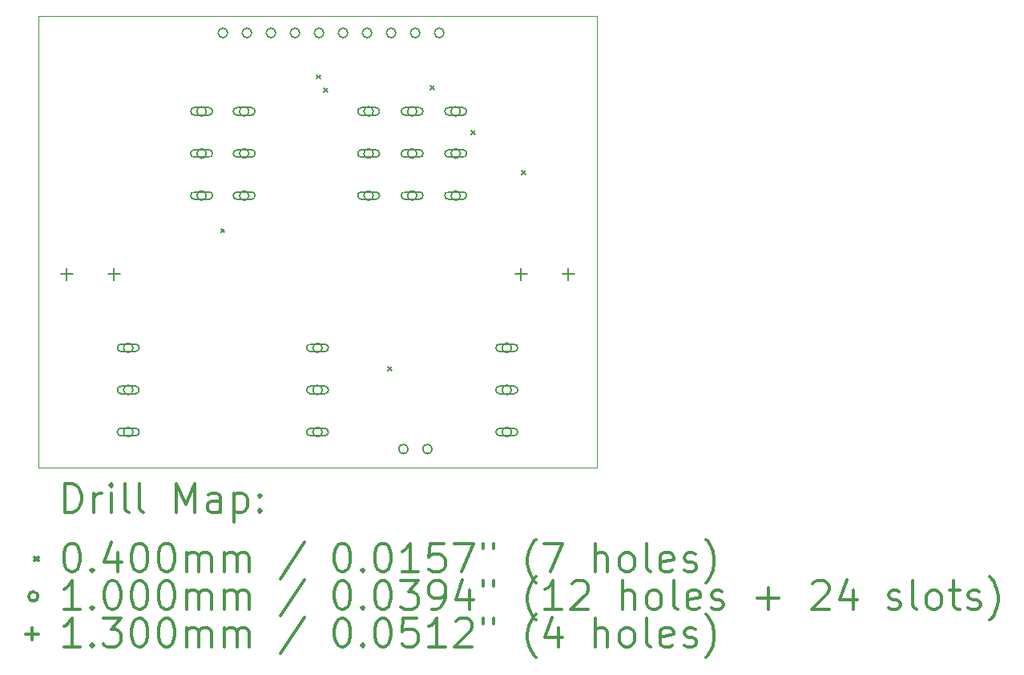
<source format=gbr>
%FSLAX45Y45*%
G04 Gerber Fmt 4.5, Leading zero omitted, Abs format (unit mm)*
G04 Created by KiCad (PCBNEW 5.1.10) date 2021-07-21 04:31:41*
%MOMM*%
%LPD*%
G01*
G04 APERTURE LIST*
%TA.AperFunction,Profile*%
%ADD10C,0.050000*%
%TD*%
%ADD11C,0.200000*%
%ADD12C,0.300000*%
G04 APERTURE END LIST*
D10*
X9700000Y-13100000D02*
X3825000Y-13100000D01*
X9700000Y-13100000D02*
X9700000Y-17875000D01*
X3800000Y-17875000D02*
X9700000Y-17875000D01*
X3800000Y-13100000D02*
X3800000Y-17875000D01*
X3800000Y-13100000D02*
X3825000Y-13100000D01*
D11*
X5727780Y-15346500D02*
X5767780Y-15386500D01*
X5767780Y-15346500D02*
X5727780Y-15386500D01*
X6743190Y-13720090D02*
X6783190Y-13760090D01*
X6783190Y-13720090D02*
X6743190Y-13760090D01*
X6816310Y-13860120D02*
X6856310Y-13900120D01*
X6856310Y-13860120D02*
X6816310Y-13900120D01*
X7494890Y-16806710D02*
X7534890Y-16846710D01*
X7534890Y-16806710D02*
X7494890Y-16846710D01*
X7941770Y-13835370D02*
X7981770Y-13875370D01*
X7981770Y-13835370D02*
X7941770Y-13875370D01*
X8375000Y-14310000D02*
X8415000Y-14350000D01*
X8415000Y-14310000D02*
X8375000Y-14350000D01*
X8905000Y-14730000D02*
X8945000Y-14770000D01*
X8945000Y-14730000D02*
X8905000Y-14770000D01*
X4800000Y-16605000D02*
G75*
G03*
X4800000Y-16605000I-50000J0D01*
G01*
X4675000Y-16645000D02*
X4825000Y-16645000D01*
X4675000Y-16565000D02*
X4825000Y-16565000D01*
X4825000Y-16645000D02*
G75*
G03*
X4825000Y-16565000I0J40000D01*
G01*
X4675000Y-16565000D02*
G75*
G03*
X4675000Y-16645000I0J-40000D01*
G01*
X4800000Y-17050000D02*
G75*
G03*
X4800000Y-17050000I-50000J0D01*
G01*
X4675000Y-17090000D02*
X4825000Y-17090000D01*
X4675000Y-17010000D02*
X4825000Y-17010000D01*
X4825000Y-17090000D02*
G75*
G03*
X4825000Y-17010000I0J40000D01*
G01*
X4675000Y-17010000D02*
G75*
G03*
X4675000Y-17090000I0J-40000D01*
G01*
X4800000Y-17495000D02*
G75*
G03*
X4800000Y-17495000I-50000J0D01*
G01*
X4675000Y-17535000D02*
X4825000Y-17535000D01*
X4675000Y-17455000D02*
X4825000Y-17455000D01*
X4825000Y-17535000D02*
G75*
G03*
X4825000Y-17455000I0J40000D01*
G01*
X4675000Y-17455000D02*
G75*
G03*
X4675000Y-17535000I0J-40000D01*
G01*
X5575000Y-14105000D02*
G75*
G03*
X5575000Y-14105000I-50000J0D01*
G01*
X5600000Y-14065000D02*
X5450000Y-14065000D01*
X5600000Y-14145000D02*
X5450000Y-14145000D01*
X5450000Y-14065000D02*
G75*
G03*
X5450000Y-14145000I0J-40000D01*
G01*
X5600000Y-14145000D02*
G75*
G03*
X5600000Y-14065000I0J40000D01*
G01*
X5575000Y-14550000D02*
G75*
G03*
X5575000Y-14550000I-50000J0D01*
G01*
X5600000Y-14510000D02*
X5450000Y-14510000D01*
X5600000Y-14590000D02*
X5450000Y-14590000D01*
X5450000Y-14510000D02*
G75*
G03*
X5450000Y-14590000I0J-40000D01*
G01*
X5600000Y-14590000D02*
G75*
G03*
X5600000Y-14510000I0J40000D01*
G01*
X5575000Y-14995000D02*
G75*
G03*
X5575000Y-14995000I-50000J0D01*
G01*
X5600000Y-14955000D02*
X5450000Y-14955000D01*
X5600000Y-15035000D02*
X5450000Y-15035000D01*
X5450000Y-14955000D02*
G75*
G03*
X5450000Y-15035000I0J-40000D01*
G01*
X5600000Y-15035000D02*
G75*
G03*
X5600000Y-14955000I0J40000D01*
G01*
X5800000Y-13275000D02*
G75*
G03*
X5800000Y-13275000I-50000J0D01*
G01*
X6025000Y-14105000D02*
G75*
G03*
X6025000Y-14105000I-50000J0D01*
G01*
X5900000Y-14145000D02*
X6050000Y-14145000D01*
X5900000Y-14065000D02*
X6050000Y-14065000D01*
X6050000Y-14145000D02*
G75*
G03*
X6050000Y-14065000I0J40000D01*
G01*
X5900000Y-14065000D02*
G75*
G03*
X5900000Y-14145000I0J-40000D01*
G01*
X6025000Y-14550000D02*
G75*
G03*
X6025000Y-14550000I-50000J0D01*
G01*
X5900000Y-14590000D02*
X6050000Y-14590000D01*
X5900000Y-14510000D02*
X6050000Y-14510000D01*
X6050000Y-14590000D02*
G75*
G03*
X6050000Y-14510000I0J40000D01*
G01*
X5900000Y-14510000D02*
G75*
G03*
X5900000Y-14590000I0J-40000D01*
G01*
X6025000Y-14995000D02*
G75*
G03*
X6025000Y-14995000I-50000J0D01*
G01*
X5900000Y-15035000D02*
X6050000Y-15035000D01*
X5900000Y-14955000D02*
X6050000Y-14955000D01*
X6050000Y-15035000D02*
G75*
G03*
X6050000Y-14955000I0J40000D01*
G01*
X5900000Y-14955000D02*
G75*
G03*
X5900000Y-15035000I0J-40000D01*
G01*
X6054000Y-13275000D02*
G75*
G03*
X6054000Y-13275000I-50000J0D01*
G01*
X6308000Y-13275000D02*
G75*
G03*
X6308000Y-13275000I-50000J0D01*
G01*
X6562000Y-13275000D02*
G75*
G03*
X6562000Y-13275000I-50000J0D01*
G01*
X6800000Y-16605000D02*
G75*
G03*
X6800000Y-16605000I-50000J0D01*
G01*
X6675000Y-16645000D02*
X6825000Y-16645000D01*
X6675000Y-16565000D02*
X6825000Y-16565000D01*
X6825000Y-16645000D02*
G75*
G03*
X6825000Y-16565000I0J40000D01*
G01*
X6675000Y-16565000D02*
G75*
G03*
X6675000Y-16645000I0J-40000D01*
G01*
X6800000Y-17050000D02*
G75*
G03*
X6800000Y-17050000I-50000J0D01*
G01*
X6675000Y-17090000D02*
X6825000Y-17090000D01*
X6675000Y-17010000D02*
X6825000Y-17010000D01*
X6825000Y-17090000D02*
G75*
G03*
X6825000Y-17010000I0J40000D01*
G01*
X6675000Y-17010000D02*
G75*
G03*
X6675000Y-17090000I0J-40000D01*
G01*
X6800000Y-17495000D02*
G75*
G03*
X6800000Y-17495000I-50000J0D01*
G01*
X6675000Y-17535000D02*
X6825000Y-17535000D01*
X6675000Y-17455000D02*
X6825000Y-17455000D01*
X6825000Y-17535000D02*
G75*
G03*
X6825000Y-17455000I0J40000D01*
G01*
X6675000Y-17455000D02*
G75*
G03*
X6675000Y-17535000I0J-40000D01*
G01*
X6816000Y-13275000D02*
G75*
G03*
X6816000Y-13275000I-50000J0D01*
G01*
X7070000Y-13275000D02*
G75*
G03*
X7070000Y-13275000I-50000J0D01*
G01*
X7324000Y-13275000D02*
G75*
G03*
X7324000Y-13275000I-50000J0D01*
G01*
X7340000Y-14105000D02*
G75*
G03*
X7340000Y-14105000I-50000J0D01*
G01*
X7365000Y-14065000D02*
X7215000Y-14065000D01*
X7365000Y-14145000D02*
X7215000Y-14145000D01*
X7215000Y-14065000D02*
G75*
G03*
X7215000Y-14145000I0J-40000D01*
G01*
X7365000Y-14145000D02*
G75*
G03*
X7365000Y-14065000I0J40000D01*
G01*
X7340000Y-14550000D02*
G75*
G03*
X7340000Y-14550000I-50000J0D01*
G01*
X7365000Y-14510000D02*
X7215000Y-14510000D01*
X7365000Y-14590000D02*
X7215000Y-14590000D01*
X7215000Y-14510000D02*
G75*
G03*
X7215000Y-14590000I0J-40000D01*
G01*
X7365000Y-14590000D02*
G75*
G03*
X7365000Y-14510000I0J40000D01*
G01*
X7340000Y-14995000D02*
G75*
G03*
X7340000Y-14995000I-50000J0D01*
G01*
X7365000Y-14955000D02*
X7215000Y-14955000D01*
X7365000Y-15035000D02*
X7215000Y-15035000D01*
X7215000Y-14955000D02*
G75*
G03*
X7215000Y-15035000I0J-40000D01*
G01*
X7365000Y-15035000D02*
G75*
G03*
X7365000Y-14955000I0J40000D01*
G01*
X7578000Y-13275000D02*
G75*
G03*
X7578000Y-13275000I-50000J0D01*
G01*
X7706800Y-17675000D02*
G75*
G03*
X7706800Y-17675000I-50000J0D01*
G01*
X7800000Y-14105000D02*
G75*
G03*
X7800000Y-14105000I-50000J0D01*
G01*
X7675000Y-14145000D02*
X7825000Y-14145000D01*
X7675000Y-14065000D02*
X7825000Y-14065000D01*
X7825000Y-14145000D02*
G75*
G03*
X7825000Y-14065000I0J40000D01*
G01*
X7675000Y-14065000D02*
G75*
G03*
X7675000Y-14145000I0J-40000D01*
G01*
X7800000Y-14550000D02*
G75*
G03*
X7800000Y-14550000I-50000J0D01*
G01*
X7675000Y-14590000D02*
X7825000Y-14590000D01*
X7675000Y-14510000D02*
X7825000Y-14510000D01*
X7825000Y-14590000D02*
G75*
G03*
X7825000Y-14510000I0J40000D01*
G01*
X7675000Y-14510000D02*
G75*
G03*
X7675000Y-14590000I0J-40000D01*
G01*
X7800000Y-14995000D02*
G75*
G03*
X7800000Y-14995000I-50000J0D01*
G01*
X7675000Y-15035000D02*
X7825000Y-15035000D01*
X7675000Y-14955000D02*
X7825000Y-14955000D01*
X7825000Y-15035000D02*
G75*
G03*
X7825000Y-14955000I0J40000D01*
G01*
X7675000Y-14955000D02*
G75*
G03*
X7675000Y-15035000I0J-40000D01*
G01*
X7832000Y-13275000D02*
G75*
G03*
X7832000Y-13275000I-50000J0D01*
G01*
X7960800Y-17675000D02*
G75*
G03*
X7960800Y-17675000I-50000J0D01*
G01*
X8086000Y-13275000D02*
G75*
G03*
X8086000Y-13275000I-50000J0D01*
G01*
X8260000Y-14105000D02*
G75*
G03*
X8260000Y-14105000I-50000J0D01*
G01*
X8135000Y-14145000D02*
X8285000Y-14145000D01*
X8135000Y-14065000D02*
X8285000Y-14065000D01*
X8285000Y-14145000D02*
G75*
G03*
X8285000Y-14065000I0J40000D01*
G01*
X8135000Y-14065000D02*
G75*
G03*
X8135000Y-14145000I0J-40000D01*
G01*
X8260000Y-14550000D02*
G75*
G03*
X8260000Y-14550000I-50000J0D01*
G01*
X8135000Y-14590000D02*
X8285000Y-14590000D01*
X8135000Y-14510000D02*
X8285000Y-14510000D01*
X8285000Y-14590000D02*
G75*
G03*
X8285000Y-14510000I0J40000D01*
G01*
X8135000Y-14510000D02*
G75*
G03*
X8135000Y-14590000I0J-40000D01*
G01*
X8260000Y-14995000D02*
G75*
G03*
X8260000Y-14995000I-50000J0D01*
G01*
X8135000Y-15035000D02*
X8285000Y-15035000D01*
X8135000Y-14955000D02*
X8285000Y-14955000D01*
X8285000Y-15035000D02*
G75*
G03*
X8285000Y-14955000I0J40000D01*
G01*
X8135000Y-14955000D02*
G75*
G03*
X8135000Y-15035000I0J-40000D01*
G01*
X8800000Y-16605000D02*
G75*
G03*
X8800000Y-16605000I-50000J0D01*
G01*
X8675000Y-16645000D02*
X8825000Y-16645000D01*
X8675000Y-16565000D02*
X8825000Y-16565000D01*
X8825000Y-16645000D02*
G75*
G03*
X8825000Y-16565000I0J40000D01*
G01*
X8675000Y-16565000D02*
G75*
G03*
X8675000Y-16645000I0J-40000D01*
G01*
X8800000Y-17050000D02*
G75*
G03*
X8800000Y-17050000I-50000J0D01*
G01*
X8675000Y-17090000D02*
X8825000Y-17090000D01*
X8675000Y-17010000D02*
X8825000Y-17010000D01*
X8825000Y-17090000D02*
G75*
G03*
X8825000Y-17010000I0J40000D01*
G01*
X8675000Y-17010000D02*
G75*
G03*
X8675000Y-17090000I0J-40000D01*
G01*
X8800000Y-17495000D02*
G75*
G03*
X8800000Y-17495000I-50000J0D01*
G01*
X8675000Y-17535000D02*
X8825000Y-17535000D01*
X8675000Y-17455000D02*
X8825000Y-17455000D01*
X8825000Y-17535000D02*
G75*
G03*
X8825000Y-17455000I0J40000D01*
G01*
X8675000Y-17455000D02*
G75*
G03*
X8675000Y-17535000I0J-40000D01*
G01*
X4100000Y-15760000D02*
X4100000Y-15890000D01*
X4035000Y-15825000D02*
X4165000Y-15825000D01*
X4600000Y-15760000D02*
X4600000Y-15890000D01*
X4535000Y-15825000D02*
X4665000Y-15825000D01*
X8900000Y-15760000D02*
X8900000Y-15890000D01*
X8835000Y-15825000D02*
X8965000Y-15825000D01*
X9400000Y-15760000D02*
X9400000Y-15890000D01*
X9335000Y-15825000D02*
X9465000Y-15825000D01*
D12*
X4083928Y-18343214D02*
X4083928Y-18043214D01*
X4155357Y-18043214D01*
X4198214Y-18057500D01*
X4226786Y-18086072D01*
X4241071Y-18114643D01*
X4255357Y-18171786D01*
X4255357Y-18214643D01*
X4241071Y-18271786D01*
X4226786Y-18300357D01*
X4198214Y-18328929D01*
X4155357Y-18343214D01*
X4083928Y-18343214D01*
X4383928Y-18343214D02*
X4383928Y-18143214D01*
X4383928Y-18200357D02*
X4398214Y-18171786D01*
X4412500Y-18157500D01*
X4441071Y-18143214D01*
X4469643Y-18143214D01*
X4569643Y-18343214D02*
X4569643Y-18143214D01*
X4569643Y-18043214D02*
X4555357Y-18057500D01*
X4569643Y-18071786D01*
X4583928Y-18057500D01*
X4569643Y-18043214D01*
X4569643Y-18071786D01*
X4755357Y-18343214D02*
X4726786Y-18328929D01*
X4712500Y-18300357D01*
X4712500Y-18043214D01*
X4912500Y-18343214D02*
X4883928Y-18328929D01*
X4869643Y-18300357D01*
X4869643Y-18043214D01*
X5255357Y-18343214D02*
X5255357Y-18043214D01*
X5355357Y-18257500D01*
X5455357Y-18043214D01*
X5455357Y-18343214D01*
X5726786Y-18343214D02*
X5726786Y-18186072D01*
X5712500Y-18157500D01*
X5683928Y-18143214D01*
X5626786Y-18143214D01*
X5598214Y-18157500D01*
X5726786Y-18328929D02*
X5698214Y-18343214D01*
X5626786Y-18343214D01*
X5598214Y-18328929D01*
X5583928Y-18300357D01*
X5583928Y-18271786D01*
X5598214Y-18243214D01*
X5626786Y-18228929D01*
X5698214Y-18228929D01*
X5726786Y-18214643D01*
X5869643Y-18143214D02*
X5869643Y-18443214D01*
X5869643Y-18157500D02*
X5898214Y-18143214D01*
X5955357Y-18143214D01*
X5983928Y-18157500D01*
X5998214Y-18171786D01*
X6012500Y-18200357D01*
X6012500Y-18286072D01*
X5998214Y-18314643D01*
X5983928Y-18328929D01*
X5955357Y-18343214D01*
X5898214Y-18343214D01*
X5869643Y-18328929D01*
X6141071Y-18314643D02*
X6155357Y-18328929D01*
X6141071Y-18343214D01*
X6126786Y-18328929D01*
X6141071Y-18314643D01*
X6141071Y-18343214D01*
X6141071Y-18157500D02*
X6155357Y-18171786D01*
X6141071Y-18186072D01*
X6126786Y-18171786D01*
X6141071Y-18157500D01*
X6141071Y-18186072D01*
X3757500Y-18817500D02*
X3797500Y-18857500D01*
X3797500Y-18817500D02*
X3757500Y-18857500D01*
X4141071Y-18673214D02*
X4169643Y-18673214D01*
X4198214Y-18687500D01*
X4212500Y-18701786D01*
X4226786Y-18730357D01*
X4241071Y-18787500D01*
X4241071Y-18858929D01*
X4226786Y-18916072D01*
X4212500Y-18944643D01*
X4198214Y-18958929D01*
X4169643Y-18973214D01*
X4141071Y-18973214D01*
X4112500Y-18958929D01*
X4098214Y-18944643D01*
X4083928Y-18916072D01*
X4069643Y-18858929D01*
X4069643Y-18787500D01*
X4083928Y-18730357D01*
X4098214Y-18701786D01*
X4112500Y-18687500D01*
X4141071Y-18673214D01*
X4369643Y-18944643D02*
X4383928Y-18958929D01*
X4369643Y-18973214D01*
X4355357Y-18958929D01*
X4369643Y-18944643D01*
X4369643Y-18973214D01*
X4641071Y-18773214D02*
X4641071Y-18973214D01*
X4569643Y-18658929D02*
X4498214Y-18873214D01*
X4683928Y-18873214D01*
X4855357Y-18673214D02*
X4883928Y-18673214D01*
X4912500Y-18687500D01*
X4926786Y-18701786D01*
X4941071Y-18730357D01*
X4955357Y-18787500D01*
X4955357Y-18858929D01*
X4941071Y-18916072D01*
X4926786Y-18944643D01*
X4912500Y-18958929D01*
X4883928Y-18973214D01*
X4855357Y-18973214D01*
X4826786Y-18958929D01*
X4812500Y-18944643D01*
X4798214Y-18916072D01*
X4783928Y-18858929D01*
X4783928Y-18787500D01*
X4798214Y-18730357D01*
X4812500Y-18701786D01*
X4826786Y-18687500D01*
X4855357Y-18673214D01*
X5141071Y-18673214D02*
X5169643Y-18673214D01*
X5198214Y-18687500D01*
X5212500Y-18701786D01*
X5226786Y-18730357D01*
X5241071Y-18787500D01*
X5241071Y-18858929D01*
X5226786Y-18916072D01*
X5212500Y-18944643D01*
X5198214Y-18958929D01*
X5169643Y-18973214D01*
X5141071Y-18973214D01*
X5112500Y-18958929D01*
X5098214Y-18944643D01*
X5083928Y-18916072D01*
X5069643Y-18858929D01*
X5069643Y-18787500D01*
X5083928Y-18730357D01*
X5098214Y-18701786D01*
X5112500Y-18687500D01*
X5141071Y-18673214D01*
X5369643Y-18973214D02*
X5369643Y-18773214D01*
X5369643Y-18801786D02*
X5383928Y-18787500D01*
X5412500Y-18773214D01*
X5455357Y-18773214D01*
X5483928Y-18787500D01*
X5498214Y-18816072D01*
X5498214Y-18973214D01*
X5498214Y-18816072D02*
X5512500Y-18787500D01*
X5541071Y-18773214D01*
X5583928Y-18773214D01*
X5612500Y-18787500D01*
X5626786Y-18816072D01*
X5626786Y-18973214D01*
X5769643Y-18973214D02*
X5769643Y-18773214D01*
X5769643Y-18801786D02*
X5783928Y-18787500D01*
X5812500Y-18773214D01*
X5855357Y-18773214D01*
X5883928Y-18787500D01*
X5898214Y-18816072D01*
X5898214Y-18973214D01*
X5898214Y-18816072D02*
X5912500Y-18787500D01*
X5941071Y-18773214D01*
X5983928Y-18773214D01*
X6012500Y-18787500D01*
X6026786Y-18816072D01*
X6026786Y-18973214D01*
X6612500Y-18658929D02*
X6355357Y-19044643D01*
X6998214Y-18673214D02*
X7026786Y-18673214D01*
X7055357Y-18687500D01*
X7069643Y-18701786D01*
X7083928Y-18730357D01*
X7098214Y-18787500D01*
X7098214Y-18858929D01*
X7083928Y-18916072D01*
X7069643Y-18944643D01*
X7055357Y-18958929D01*
X7026786Y-18973214D01*
X6998214Y-18973214D01*
X6969643Y-18958929D01*
X6955357Y-18944643D01*
X6941071Y-18916072D01*
X6926786Y-18858929D01*
X6926786Y-18787500D01*
X6941071Y-18730357D01*
X6955357Y-18701786D01*
X6969643Y-18687500D01*
X6998214Y-18673214D01*
X7226786Y-18944643D02*
X7241071Y-18958929D01*
X7226786Y-18973214D01*
X7212500Y-18958929D01*
X7226786Y-18944643D01*
X7226786Y-18973214D01*
X7426786Y-18673214D02*
X7455357Y-18673214D01*
X7483928Y-18687500D01*
X7498214Y-18701786D01*
X7512500Y-18730357D01*
X7526786Y-18787500D01*
X7526786Y-18858929D01*
X7512500Y-18916072D01*
X7498214Y-18944643D01*
X7483928Y-18958929D01*
X7455357Y-18973214D01*
X7426786Y-18973214D01*
X7398214Y-18958929D01*
X7383928Y-18944643D01*
X7369643Y-18916072D01*
X7355357Y-18858929D01*
X7355357Y-18787500D01*
X7369643Y-18730357D01*
X7383928Y-18701786D01*
X7398214Y-18687500D01*
X7426786Y-18673214D01*
X7812500Y-18973214D02*
X7641071Y-18973214D01*
X7726786Y-18973214D02*
X7726786Y-18673214D01*
X7698214Y-18716072D01*
X7669643Y-18744643D01*
X7641071Y-18758929D01*
X8083928Y-18673214D02*
X7941071Y-18673214D01*
X7926786Y-18816072D01*
X7941071Y-18801786D01*
X7969643Y-18787500D01*
X8041071Y-18787500D01*
X8069643Y-18801786D01*
X8083928Y-18816072D01*
X8098214Y-18844643D01*
X8098214Y-18916072D01*
X8083928Y-18944643D01*
X8069643Y-18958929D01*
X8041071Y-18973214D01*
X7969643Y-18973214D01*
X7941071Y-18958929D01*
X7926786Y-18944643D01*
X8198214Y-18673214D02*
X8398214Y-18673214D01*
X8269643Y-18973214D01*
X8498214Y-18673214D02*
X8498214Y-18730357D01*
X8612500Y-18673214D02*
X8612500Y-18730357D01*
X9055357Y-19087500D02*
X9041071Y-19073214D01*
X9012500Y-19030357D01*
X8998214Y-19001786D01*
X8983928Y-18958929D01*
X8969643Y-18887500D01*
X8969643Y-18830357D01*
X8983928Y-18758929D01*
X8998214Y-18716072D01*
X9012500Y-18687500D01*
X9041071Y-18644643D01*
X9055357Y-18630357D01*
X9141071Y-18673214D02*
X9341071Y-18673214D01*
X9212500Y-18973214D01*
X9683928Y-18973214D02*
X9683928Y-18673214D01*
X9812500Y-18973214D02*
X9812500Y-18816072D01*
X9798214Y-18787500D01*
X9769643Y-18773214D01*
X9726786Y-18773214D01*
X9698214Y-18787500D01*
X9683928Y-18801786D01*
X9998214Y-18973214D02*
X9969643Y-18958929D01*
X9955357Y-18944643D01*
X9941071Y-18916072D01*
X9941071Y-18830357D01*
X9955357Y-18801786D01*
X9969643Y-18787500D01*
X9998214Y-18773214D01*
X10041071Y-18773214D01*
X10069643Y-18787500D01*
X10083928Y-18801786D01*
X10098214Y-18830357D01*
X10098214Y-18916072D01*
X10083928Y-18944643D01*
X10069643Y-18958929D01*
X10041071Y-18973214D01*
X9998214Y-18973214D01*
X10269643Y-18973214D02*
X10241071Y-18958929D01*
X10226786Y-18930357D01*
X10226786Y-18673214D01*
X10498214Y-18958929D02*
X10469643Y-18973214D01*
X10412500Y-18973214D01*
X10383928Y-18958929D01*
X10369643Y-18930357D01*
X10369643Y-18816072D01*
X10383928Y-18787500D01*
X10412500Y-18773214D01*
X10469643Y-18773214D01*
X10498214Y-18787500D01*
X10512500Y-18816072D01*
X10512500Y-18844643D01*
X10369643Y-18873214D01*
X10626786Y-18958929D02*
X10655357Y-18973214D01*
X10712500Y-18973214D01*
X10741071Y-18958929D01*
X10755357Y-18930357D01*
X10755357Y-18916072D01*
X10741071Y-18887500D01*
X10712500Y-18873214D01*
X10669643Y-18873214D01*
X10641071Y-18858929D01*
X10626786Y-18830357D01*
X10626786Y-18816072D01*
X10641071Y-18787500D01*
X10669643Y-18773214D01*
X10712500Y-18773214D01*
X10741071Y-18787500D01*
X10855357Y-19087500D02*
X10869643Y-19073214D01*
X10898214Y-19030357D01*
X10912500Y-19001786D01*
X10926786Y-18958929D01*
X10941071Y-18887500D01*
X10941071Y-18830357D01*
X10926786Y-18758929D01*
X10912500Y-18716072D01*
X10898214Y-18687500D01*
X10869643Y-18644643D01*
X10855357Y-18630357D01*
X3797500Y-19233500D02*
G75*
G03*
X3797500Y-19233500I-50000J0D01*
G01*
X4241071Y-19369214D02*
X4069643Y-19369214D01*
X4155357Y-19369214D02*
X4155357Y-19069214D01*
X4126786Y-19112072D01*
X4098214Y-19140643D01*
X4069643Y-19154929D01*
X4369643Y-19340643D02*
X4383928Y-19354929D01*
X4369643Y-19369214D01*
X4355357Y-19354929D01*
X4369643Y-19340643D01*
X4369643Y-19369214D01*
X4569643Y-19069214D02*
X4598214Y-19069214D01*
X4626786Y-19083500D01*
X4641071Y-19097786D01*
X4655357Y-19126357D01*
X4669643Y-19183500D01*
X4669643Y-19254929D01*
X4655357Y-19312072D01*
X4641071Y-19340643D01*
X4626786Y-19354929D01*
X4598214Y-19369214D01*
X4569643Y-19369214D01*
X4541071Y-19354929D01*
X4526786Y-19340643D01*
X4512500Y-19312072D01*
X4498214Y-19254929D01*
X4498214Y-19183500D01*
X4512500Y-19126357D01*
X4526786Y-19097786D01*
X4541071Y-19083500D01*
X4569643Y-19069214D01*
X4855357Y-19069214D02*
X4883928Y-19069214D01*
X4912500Y-19083500D01*
X4926786Y-19097786D01*
X4941071Y-19126357D01*
X4955357Y-19183500D01*
X4955357Y-19254929D01*
X4941071Y-19312072D01*
X4926786Y-19340643D01*
X4912500Y-19354929D01*
X4883928Y-19369214D01*
X4855357Y-19369214D01*
X4826786Y-19354929D01*
X4812500Y-19340643D01*
X4798214Y-19312072D01*
X4783928Y-19254929D01*
X4783928Y-19183500D01*
X4798214Y-19126357D01*
X4812500Y-19097786D01*
X4826786Y-19083500D01*
X4855357Y-19069214D01*
X5141071Y-19069214D02*
X5169643Y-19069214D01*
X5198214Y-19083500D01*
X5212500Y-19097786D01*
X5226786Y-19126357D01*
X5241071Y-19183500D01*
X5241071Y-19254929D01*
X5226786Y-19312072D01*
X5212500Y-19340643D01*
X5198214Y-19354929D01*
X5169643Y-19369214D01*
X5141071Y-19369214D01*
X5112500Y-19354929D01*
X5098214Y-19340643D01*
X5083928Y-19312072D01*
X5069643Y-19254929D01*
X5069643Y-19183500D01*
X5083928Y-19126357D01*
X5098214Y-19097786D01*
X5112500Y-19083500D01*
X5141071Y-19069214D01*
X5369643Y-19369214D02*
X5369643Y-19169214D01*
X5369643Y-19197786D02*
X5383928Y-19183500D01*
X5412500Y-19169214D01*
X5455357Y-19169214D01*
X5483928Y-19183500D01*
X5498214Y-19212072D01*
X5498214Y-19369214D01*
X5498214Y-19212072D02*
X5512500Y-19183500D01*
X5541071Y-19169214D01*
X5583928Y-19169214D01*
X5612500Y-19183500D01*
X5626786Y-19212072D01*
X5626786Y-19369214D01*
X5769643Y-19369214D02*
X5769643Y-19169214D01*
X5769643Y-19197786D02*
X5783928Y-19183500D01*
X5812500Y-19169214D01*
X5855357Y-19169214D01*
X5883928Y-19183500D01*
X5898214Y-19212072D01*
X5898214Y-19369214D01*
X5898214Y-19212072D02*
X5912500Y-19183500D01*
X5941071Y-19169214D01*
X5983928Y-19169214D01*
X6012500Y-19183500D01*
X6026786Y-19212072D01*
X6026786Y-19369214D01*
X6612500Y-19054929D02*
X6355357Y-19440643D01*
X6998214Y-19069214D02*
X7026786Y-19069214D01*
X7055357Y-19083500D01*
X7069643Y-19097786D01*
X7083928Y-19126357D01*
X7098214Y-19183500D01*
X7098214Y-19254929D01*
X7083928Y-19312072D01*
X7069643Y-19340643D01*
X7055357Y-19354929D01*
X7026786Y-19369214D01*
X6998214Y-19369214D01*
X6969643Y-19354929D01*
X6955357Y-19340643D01*
X6941071Y-19312072D01*
X6926786Y-19254929D01*
X6926786Y-19183500D01*
X6941071Y-19126357D01*
X6955357Y-19097786D01*
X6969643Y-19083500D01*
X6998214Y-19069214D01*
X7226786Y-19340643D02*
X7241071Y-19354929D01*
X7226786Y-19369214D01*
X7212500Y-19354929D01*
X7226786Y-19340643D01*
X7226786Y-19369214D01*
X7426786Y-19069214D02*
X7455357Y-19069214D01*
X7483928Y-19083500D01*
X7498214Y-19097786D01*
X7512500Y-19126357D01*
X7526786Y-19183500D01*
X7526786Y-19254929D01*
X7512500Y-19312072D01*
X7498214Y-19340643D01*
X7483928Y-19354929D01*
X7455357Y-19369214D01*
X7426786Y-19369214D01*
X7398214Y-19354929D01*
X7383928Y-19340643D01*
X7369643Y-19312072D01*
X7355357Y-19254929D01*
X7355357Y-19183500D01*
X7369643Y-19126357D01*
X7383928Y-19097786D01*
X7398214Y-19083500D01*
X7426786Y-19069214D01*
X7626786Y-19069214D02*
X7812500Y-19069214D01*
X7712500Y-19183500D01*
X7755357Y-19183500D01*
X7783928Y-19197786D01*
X7798214Y-19212072D01*
X7812500Y-19240643D01*
X7812500Y-19312072D01*
X7798214Y-19340643D01*
X7783928Y-19354929D01*
X7755357Y-19369214D01*
X7669643Y-19369214D01*
X7641071Y-19354929D01*
X7626786Y-19340643D01*
X7955357Y-19369214D02*
X8012500Y-19369214D01*
X8041071Y-19354929D01*
X8055357Y-19340643D01*
X8083928Y-19297786D01*
X8098214Y-19240643D01*
X8098214Y-19126357D01*
X8083928Y-19097786D01*
X8069643Y-19083500D01*
X8041071Y-19069214D01*
X7983928Y-19069214D01*
X7955357Y-19083500D01*
X7941071Y-19097786D01*
X7926786Y-19126357D01*
X7926786Y-19197786D01*
X7941071Y-19226357D01*
X7955357Y-19240643D01*
X7983928Y-19254929D01*
X8041071Y-19254929D01*
X8069643Y-19240643D01*
X8083928Y-19226357D01*
X8098214Y-19197786D01*
X8355357Y-19169214D02*
X8355357Y-19369214D01*
X8283928Y-19054929D02*
X8212500Y-19269214D01*
X8398214Y-19269214D01*
X8498214Y-19069214D02*
X8498214Y-19126357D01*
X8612500Y-19069214D02*
X8612500Y-19126357D01*
X9055357Y-19483500D02*
X9041071Y-19469214D01*
X9012500Y-19426357D01*
X8998214Y-19397786D01*
X8983928Y-19354929D01*
X8969643Y-19283500D01*
X8969643Y-19226357D01*
X8983928Y-19154929D01*
X8998214Y-19112072D01*
X9012500Y-19083500D01*
X9041071Y-19040643D01*
X9055357Y-19026357D01*
X9326786Y-19369214D02*
X9155357Y-19369214D01*
X9241071Y-19369214D02*
X9241071Y-19069214D01*
X9212500Y-19112072D01*
X9183928Y-19140643D01*
X9155357Y-19154929D01*
X9441071Y-19097786D02*
X9455357Y-19083500D01*
X9483928Y-19069214D01*
X9555357Y-19069214D01*
X9583928Y-19083500D01*
X9598214Y-19097786D01*
X9612500Y-19126357D01*
X9612500Y-19154929D01*
X9598214Y-19197786D01*
X9426786Y-19369214D01*
X9612500Y-19369214D01*
X9969643Y-19369214D02*
X9969643Y-19069214D01*
X10098214Y-19369214D02*
X10098214Y-19212072D01*
X10083928Y-19183500D01*
X10055357Y-19169214D01*
X10012500Y-19169214D01*
X9983928Y-19183500D01*
X9969643Y-19197786D01*
X10283928Y-19369214D02*
X10255357Y-19354929D01*
X10241071Y-19340643D01*
X10226786Y-19312072D01*
X10226786Y-19226357D01*
X10241071Y-19197786D01*
X10255357Y-19183500D01*
X10283928Y-19169214D01*
X10326786Y-19169214D01*
X10355357Y-19183500D01*
X10369643Y-19197786D01*
X10383928Y-19226357D01*
X10383928Y-19312072D01*
X10369643Y-19340643D01*
X10355357Y-19354929D01*
X10326786Y-19369214D01*
X10283928Y-19369214D01*
X10555357Y-19369214D02*
X10526786Y-19354929D01*
X10512500Y-19326357D01*
X10512500Y-19069214D01*
X10783928Y-19354929D02*
X10755357Y-19369214D01*
X10698214Y-19369214D01*
X10669643Y-19354929D01*
X10655357Y-19326357D01*
X10655357Y-19212072D01*
X10669643Y-19183500D01*
X10698214Y-19169214D01*
X10755357Y-19169214D01*
X10783928Y-19183500D01*
X10798214Y-19212072D01*
X10798214Y-19240643D01*
X10655357Y-19269214D01*
X10912500Y-19354929D02*
X10941071Y-19369214D01*
X10998214Y-19369214D01*
X11026786Y-19354929D01*
X11041071Y-19326357D01*
X11041071Y-19312072D01*
X11026786Y-19283500D01*
X10998214Y-19269214D01*
X10955357Y-19269214D01*
X10926786Y-19254929D01*
X10912500Y-19226357D01*
X10912500Y-19212072D01*
X10926786Y-19183500D01*
X10955357Y-19169214D01*
X10998214Y-19169214D01*
X11026786Y-19183500D01*
X11398214Y-19254929D02*
X11626786Y-19254929D01*
X11512500Y-19369214D02*
X11512500Y-19140643D01*
X11983928Y-19097786D02*
X11998214Y-19083500D01*
X12026786Y-19069214D01*
X12098214Y-19069214D01*
X12126786Y-19083500D01*
X12141071Y-19097786D01*
X12155357Y-19126357D01*
X12155357Y-19154929D01*
X12141071Y-19197786D01*
X11969643Y-19369214D01*
X12155357Y-19369214D01*
X12412500Y-19169214D02*
X12412500Y-19369214D01*
X12341071Y-19054929D02*
X12269643Y-19269214D01*
X12455357Y-19269214D01*
X12783928Y-19354929D02*
X12812500Y-19369214D01*
X12869643Y-19369214D01*
X12898214Y-19354929D01*
X12912500Y-19326357D01*
X12912500Y-19312072D01*
X12898214Y-19283500D01*
X12869643Y-19269214D01*
X12826786Y-19269214D01*
X12798214Y-19254929D01*
X12783928Y-19226357D01*
X12783928Y-19212072D01*
X12798214Y-19183500D01*
X12826786Y-19169214D01*
X12869643Y-19169214D01*
X12898214Y-19183500D01*
X13083928Y-19369214D02*
X13055357Y-19354929D01*
X13041071Y-19326357D01*
X13041071Y-19069214D01*
X13241071Y-19369214D02*
X13212500Y-19354929D01*
X13198214Y-19340643D01*
X13183928Y-19312072D01*
X13183928Y-19226357D01*
X13198214Y-19197786D01*
X13212500Y-19183500D01*
X13241071Y-19169214D01*
X13283928Y-19169214D01*
X13312500Y-19183500D01*
X13326786Y-19197786D01*
X13341071Y-19226357D01*
X13341071Y-19312072D01*
X13326786Y-19340643D01*
X13312500Y-19354929D01*
X13283928Y-19369214D01*
X13241071Y-19369214D01*
X13426786Y-19169214D02*
X13541071Y-19169214D01*
X13469643Y-19069214D02*
X13469643Y-19326357D01*
X13483928Y-19354929D01*
X13512500Y-19369214D01*
X13541071Y-19369214D01*
X13626786Y-19354929D02*
X13655357Y-19369214D01*
X13712500Y-19369214D01*
X13741071Y-19354929D01*
X13755357Y-19326357D01*
X13755357Y-19312072D01*
X13741071Y-19283500D01*
X13712500Y-19269214D01*
X13669643Y-19269214D01*
X13641071Y-19254929D01*
X13626786Y-19226357D01*
X13626786Y-19212072D01*
X13641071Y-19183500D01*
X13669643Y-19169214D01*
X13712500Y-19169214D01*
X13741071Y-19183500D01*
X13855357Y-19483500D02*
X13869643Y-19469214D01*
X13898214Y-19426357D01*
X13912500Y-19397786D01*
X13926786Y-19354929D01*
X13941071Y-19283500D01*
X13941071Y-19226357D01*
X13926786Y-19154929D01*
X13912500Y-19112072D01*
X13898214Y-19083500D01*
X13869643Y-19040643D01*
X13855357Y-19026357D01*
X3732500Y-19564500D02*
X3732500Y-19694500D01*
X3667500Y-19629500D02*
X3797500Y-19629500D01*
X4241071Y-19765214D02*
X4069643Y-19765214D01*
X4155357Y-19765214D02*
X4155357Y-19465214D01*
X4126786Y-19508072D01*
X4098214Y-19536643D01*
X4069643Y-19550929D01*
X4369643Y-19736643D02*
X4383928Y-19750929D01*
X4369643Y-19765214D01*
X4355357Y-19750929D01*
X4369643Y-19736643D01*
X4369643Y-19765214D01*
X4483928Y-19465214D02*
X4669643Y-19465214D01*
X4569643Y-19579500D01*
X4612500Y-19579500D01*
X4641071Y-19593786D01*
X4655357Y-19608072D01*
X4669643Y-19636643D01*
X4669643Y-19708072D01*
X4655357Y-19736643D01*
X4641071Y-19750929D01*
X4612500Y-19765214D01*
X4526786Y-19765214D01*
X4498214Y-19750929D01*
X4483928Y-19736643D01*
X4855357Y-19465214D02*
X4883928Y-19465214D01*
X4912500Y-19479500D01*
X4926786Y-19493786D01*
X4941071Y-19522357D01*
X4955357Y-19579500D01*
X4955357Y-19650929D01*
X4941071Y-19708072D01*
X4926786Y-19736643D01*
X4912500Y-19750929D01*
X4883928Y-19765214D01*
X4855357Y-19765214D01*
X4826786Y-19750929D01*
X4812500Y-19736643D01*
X4798214Y-19708072D01*
X4783928Y-19650929D01*
X4783928Y-19579500D01*
X4798214Y-19522357D01*
X4812500Y-19493786D01*
X4826786Y-19479500D01*
X4855357Y-19465214D01*
X5141071Y-19465214D02*
X5169643Y-19465214D01*
X5198214Y-19479500D01*
X5212500Y-19493786D01*
X5226786Y-19522357D01*
X5241071Y-19579500D01*
X5241071Y-19650929D01*
X5226786Y-19708072D01*
X5212500Y-19736643D01*
X5198214Y-19750929D01*
X5169643Y-19765214D01*
X5141071Y-19765214D01*
X5112500Y-19750929D01*
X5098214Y-19736643D01*
X5083928Y-19708072D01*
X5069643Y-19650929D01*
X5069643Y-19579500D01*
X5083928Y-19522357D01*
X5098214Y-19493786D01*
X5112500Y-19479500D01*
X5141071Y-19465214D01*
X5369643Y-19765214D02*
X5369643Y-19565214D01*
X5369643Y-19593786D02*
X5383928Y-19579500D01*
X5412500Y-19565214D01*
X5455357Y-19565214D01*
X5483928Y-19579500D01*
X5498214Y-19608072D01*
X5498214Y-19765214D01*
X5498214Y-19608072D02*
X5512500Y-19579500D01*
X5541071Y-19565214D01*
X5583928Y-19565214D01*
X5612500Y-19579500D01*
X5626786Y-19608072D01*
X5626786Y-19765214D01*
X5769643Y-19765214D02*
X5769643Y-19565214D01*
X5769643Y-19593786D02*
X5783928Y-19579500D01*
X5812500Y-19565214D01*
X5855357Y-19565214D01*
X5883928Y-19579500D01*
X5898214Y-19608072D01*
X5898214Y-19765214D01*
X5898214Y-19608072D02*
X5912500Y-19579500D01*
X5941071Y-19565214D01*
X5983928Y-19565214D01*
X6012500Y-19579500D01*
X6026786Y-19608072D01*
X6026786Y-19765214D01*
X6612500Y-19450929D02*
X6355357Y-19836643D01*
X6998214Y-19465214D02*
X7026786Y-19465214D01*
X7055357Y-19479500D01*
X7069643Y-19493786D01*
X7083928Y-19522357D01*
X7098214Y-19579500D01*
X7098214Y-19650929D01*
X7083928Y-19708072D01*
X7069643Y-19736643D01*
X7055357Y-19750929D01*
X7026786Y-19765214D01*
X6998214Y-19765214D01*
X6969643Y-19750929D01*
X6955357Y-19736643D01*
X6941071Y-19708072D01*
X6926786Y-19650929D01*
X6926786Y-19579500D01*
X6941071Y-19522357D01*
X6955357Y-19493786D01*
X6969643Y-19479500D01*
X6998214Y-19465214D01*
X7226786Y-19736643D02*
X7241071Y-19750929D01*
X7226786Y-19765214D01*
X7212500Y-19750929D01*
X7226786Y-19736643D01*
X7226786Y-19765214D01*
X7426786Y-19465214D02*
X7455357Y-19465214D01*
X7483928Y-19479500D01*
X7498214Y-19493786D01*
X7512500Y-19522357D01*
X7526786Y-19579500D01*
X7526786Y-19650929D01*
X7512500Y-19708072D01*
X7498214Y-19736643D01*
X7483928Y-19750929D01*
X7455357Y-19765214D01*
X7426786Y-19765214D01*
X7398214Y-19750929D01*
X7383928Y-19736643D01*
X7369643Y-19708072D01*
X7355357Y-19650929D01*
X7355357Y-19579500D01*
X7369643Y-19522357D01*
X7383928Y-19493786D01*
X7398214Y-19479500D01*
X7426786Y-19465214D01*
X7798214Y-19465214D02*
X7655357Y-19465214D01*
X7641071Y-19608072D01*
X7655357Y-19593786D01*
X7683928Y-19579500D01*
X7755357Y-19579500D01*
X7783928Y-19593786D01*
X7798214Y-19608072D01*
X7812500Y-19636643D01*
X7812500Y-19708072D01*
X7798214Y-19736643D01*
X7783928Y-19750929D01*
X7755357Y-19765214D01*
X7683928Y-19765214D01*
X7655357Y-19750929D01*
X7641071Y-19736643D01*
X8098214Y-19765214D02*
X7926786Y-19765214D01*
X8012500Y-19765214D02*
X8012500Y-19465214D01*
X7983928Y-19508072D01*
X7955357Y-19536643D01*
X7926786Y-19550929D01*
X8212500Y-19493786D02*
X8226786Y-19479500D01*
X8255357Y-19465214D01*
X8326786Y-19465214D01*
X8355357Y-19479500D01*
X8369643Y-19493786D01*
X8383928Y-19522357D01*
X8383928Y-19550929D01*
X8369643Y-19593786D01*
X8198214Y-19765214D01*
X8383928Y-19765214D01*
X8498214Y-19465214D02*
X8498214Y-19522357D01*
X8612500Y-19465214D02*
X8612500Y-19522357D01*
X9055357Y-19879500D02*
X9041071Y-19865214D01*
X9012500Y-19822357D01*
X8998214Y-19793786D01*
X8983928Y-19750929D01*
X8969643Y-19679500D01*
X8969643Y-19622357D01*
X8983928Y-19550929D01*
X8998214Y-19508072D01*
X9012500Y-19479500D01*
X9041071Y-19436643D01*
X9055357Y-19422357D01*
X9298214Y-19565214D02*
X9298214Y-19765214D01*
X9226786Y-19450929D02*
X9155357Y-19665214D01*
X9341071Y-19665214D01*
X9683928Y-19765214D02*
X9683928Y-19465214D01*
X9812500Y-19765214D02*
X9812500Y-19608072D01*
X9798214Y-19579500D01*
X9769643Y-19565214D01*
X9726786Y-19565214D01*
X9698214Y-19579500D01*
X9683928Y-19593786D01*
X9998214Y-19765214D02*
X9969643Y-19750929D01*
X9955357Y-19736643D01*
X9941071Y-19708072D01*
X9941071Y-19622357D01*
X9955357Y-19593786D01*
X9969643Y-19579500D01*
X9998214Y-19565214D01*
X10041071Y-19565214D01*
X10069643Y-19579500D01*
X10083928Y-19593786D01*
X10098214Y-19622357D01*
X10098214Y-19708072D01*
X10083928Y-19736643D01*
X10069643Y-19750929D01*
X10041071Y-19765214D01*
X9998214Y-19765214D01*
X10269643Y-19765214D02*
X10241071Y-19750929D01*
X10226786Y-19722357D01*
X10226786Y-19465214D01*
X10498214Y-19750929D02*
X10469643Y-19765214D01*
X10412500Y-19765214D01*
X10383928Y-19750929D01*
X10369643Y-19722357D01*
X10369643Y-19608072D01*
X10383928Y-19579500D01*
X10412500Y-19565214D01*
X10469643Y-19565214D01*
X10498214Y-19579500D01*
X10512500Y-19608072D01*
X10512500Y-19636643D01*
X10369643Y-19665214D01*
X10626786Y-19750929D02*
X10655357Y-19765214D01*
X10712500Y-19765214D01*
X10741071Y-19750929D01*
X10755357Y-19722357D01*
X10755357Y-19708072D01*
X10741071Y-19679500D01*
X10712500Y-19665214D01*
X10669643Y-19665214D01*
X10641071Y-19650929D01*
X10626786Y-19622357D01*
X10626786Y-19608072D01*
X10641071Y-19579500D01*
X10669643Y-19565214D01*
X10712500Y-19565214D01*
X10741071Y-19579500D01*
X10855357Y-19879500D02*
X10869643Y-19865214D01*
X10898214Y-19822357D01*
X10912500Y-19793786D01*
X10926786Y-19750929D01*
X10941071Y-19679500D01*
X10941071Y-19622357D01*
X10926786Y-19550929D01*
X10912500Y-19508072D01*
X10898214Y-19479500D01*
X10869643Y-19436643D01*
X10855357Y-19422357D01*
M02*

</source>
